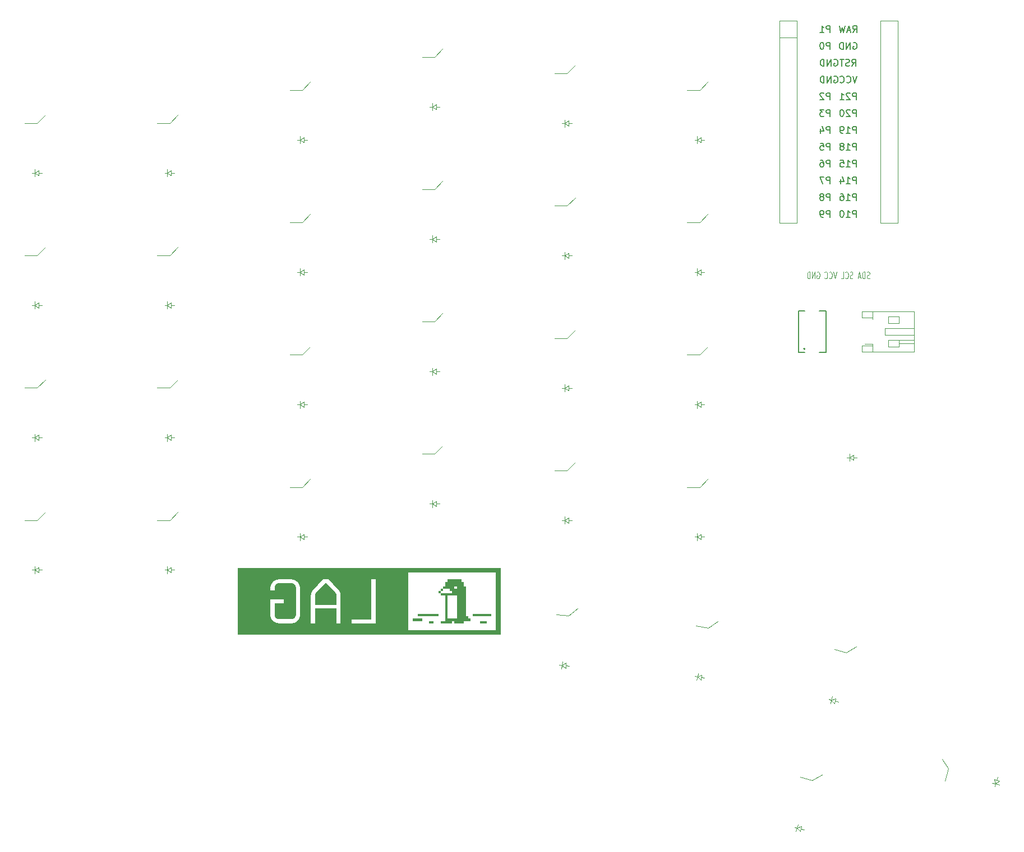
<source format=gbo>
%TF.GenerationSoftware,KiCad,Pcbnew,9.0.4*%
%TF.CreationDate,2025-11-27T19:30:42+01:00*%
%TF.ProjectId,lag_large,6c61675f-6c61-4726-9765-2e6b69636164,v1.0.0*%
%TF.SameCoordinates,Original*%
%TF.FileFunction,Legend,Bot*%
%TF.FilePolarity,Positive*%
%FSLAX46Y46*%
G04 Gerber Fmt 4.6, Leading zero omitted, Abs format (unit mm)*
G04 Created by KiCad (PCBNEW 9.0.4) date 2025-11-27 19:30:42*
%MOMM*%
%LPD*%
G01*
G04 APERTURE LIST*
%ADD10C,0.000000*%
%ADD11C,0.100000*%
%ADD12C,0.150000*%
%ADD13C,0.200000*%
%ADD14C,0.120000*%
G04 APERTURE END LIST*
D10*
G36*
X135133354Y-153076175D02*
G01*
X134089025Y-153076184D01*
X134089029Y-152727719D01*
X135133354Y-152727718D01*
X135133354Y-153076175D01*
G37*
G36*
X131304062Y-146801986D02*
G01*
X131652073Y-146801969D01*
X131652061Y-147499236D01*
X132000214Y-147499223D01*
X131996481Y-148564558D01*
X131996498Y-148901368D01*
X131999303Y-150296657D01*
X131999299Y-152030304D01*
X132348540Y-152030299D01*
X132348539Y-152378779D01*
X132696531Y-152378783D01*
X132698092Y-152398541D01*
X132696538Y-152727082D01*
X131652211Y-152727084D01*
X131650331Y-152748246D01*
X131652061Y-153076186D01*
X130259427Y-153076183D01*
X130259422Y-152727087D01*
X129911264Y-152727095D01*
X129911253Y-153076172D01*
X128170446Y-153076178D01*
X128170462Y-152727081D01*
X128866942Y-152727090D01*
X128866867Y-152379080D01*
X128866867Y-152379078D01*
X129214925Y-152379078D01*
X130606343Y-152379089D01*
X130626884Y-148893438D01*
X129214933Y-148893428D01*
X129214925Y-152379078D01*
X128866867Y-152379078D01*
X128866311Y-148893428D01*
X128170609Y-148893444D01*
X128170609Y-148545104D01*
X129911246Y-148545115D01*
X129914353Y-148195387D01*
X129564503Y-148195401D01*
X129564504Y-147847865D01*
X129564504Y-147847853D01*
X130258807Y-147847853D01*
X130606485Y-147847847D01*
X130606484Y-147499378D01*
X130259418Y-147499385D01*
X130258807Y-147847853D01*
X129564504Y-147847853D01*
X129564491Y-147842729D01*
X128517994Y-147847858D01*
X128518002Y-148196479D01*
X128170454Y-148196476D01*
X128170453Y-147847541D01*
X128518774Y-147847550D01*
X128518768Y-147499090D01*
X128866924Y-147499072D01*
X128866920Y-146801822D01*
X129214941Y-146801825D01*
X129214930Y-146453517D01*
X131304053Y-146453505D01*
X131304062Y-146801986D01*
G37*
G36*
X135830446Y-151681664D02*
G01*
X135830458Y-152030301D01*
X133044548Y-152030297D01*
X133044539Y-151681661D01*
X135830446Y-151681664D01*
G37*
G36*
X127822453Y-152030304D02*
G01*
X124689171Y-152030299D01*
X124689158Y-151681675D01*
X127822467Y-151681672D01*
X127822453Y-152030304D01*
G37*
G36*
X137222631Y-144711461D02*
G01*
X137222626Y-154819163D01*
X97535135Y-154819175D01*
X97535131Y-154121907D01*
X97535131Y-154121905D01*
X123296678Y-154121905D01*
X136526307Y-154121915D01*
X136526315Y-145408403D01*
X123296685Y-145408406D01*
X123296678Y-154121905D01*
X97535131Y-154121905D01*
X97535129Y-153072918D01*
X108588482Y-153072918D01*
X109205426Y-153072903D01*
X109205429Y-150808859D01*
X112460429Y-150808858D01*
X112460432Y-153072920D01*
X113077375Y-153072919D01*
X113077382Y-152466708D01*
X114744867Y-152466708D01*
X114744878Y-153072906D01*
X118365616Y-153072902D01*
X118365622Y-146440897D01*
X117714580Y-146440896D01*
X117714582Y-152466721D01*
X114744867Y-152466708D01*
X113077382Y-152466708D01*
X113077382Y-152466702D01*
X113077370Y-148968141D01*
X113076549Y-148886735D01*
X113073887Y-148809539D01*
X113069170Y-148736225D01*
X113062233Y-148666488D01*
X113052785Y-148599969D01*
X113040654Y-148536321D01*
X113025606Y-148475228D01*
X113007437Y-148416346D01*
X112985928Y-148359340D01*
X112960833Y-148303864D01*
X112931983Y-148249621D01*
X112899111Y-148196218D01*
X112862031Y-148143376D01*
X112820510Y-148090710D01*
X112774344Y-148037910D01*
X112723306Y-147984664D01*
X111227004Y-146441048D01*
X110438860Y-146441054D01*
X108942572Y-147985603D01*
X108891521Y-148038849D01*
X108845350Y-148091637D01*
X108803841Y-148144297D01*
X108766767Y-148197164D01*
X108733900Y-148250546D01*
X108705035Y-148304795D01*
X108679949Y-148360256D01*
X108658436Y-148417290D01*
X108640250Y-148476163D01*
X108625231Y-148537262D01*
X108613089Y-148600902D01*
X108603647Y-148667430D01*
X108596693Y-148737168D01*
X108591982Y-148810471D01*
X108589324Y-148887638D01*
X108588485Y-148969069D01*
X108588482Y-153072918D01*
X97535129Y-153072918D01*
X97535123Y-149459630D01*
X102466169Y-149459630D01*
X102466183Y-151700799D01*
X102467857Y-151776174D01*
X102472785Y-151849993D01*
X102480959Y-151922253D01*
X102492271Y-151992833D01*
X102506672Y-152061748D01*
X102524106Y-152128874D01*
X102544489Y-152194207D01*
X102567751Y-152257667D01*
X102593850Y-152319194D01*
X102622714Y-152378742D01*
X102654274Y-152436261D01*
X102688464Y-152491673D01*
X102725233Y-152544910D01*
X102764510Y-152595954D01*
X102806216Y-152644747D01*
X102850289Y-152691214D01*
X102896699Y-152735292D01*
X102945319Y-152776937D01*
X102996125Y-152816112D01*
X103049057Y-152852717D01*
X103104040Y-152886712D01*
X103161007Y-152918060D01*
X103219895Y-152946689D01*
X103280618Y-152972561D01*
X103343155Y-152995580D01*
X103407419Y-153015710D01*
X103473318Y-153032921D01*
X103540826Y-153047119D01*
X103609876Y-153058240D01*
X103680371Y-153066282D01*
X103752272Y-153071116D01*
X103825523Y-153072770D01*
X105595896Y-153072765D01*
X105669127Y-153070927D01*
X105741008Y-153065499D01*
X105811505Y-153056547D01*
X105880541Y-153044156D01*
X105948038Y-153028399D01*
X106013932Y-153009352D01*
X106078184Y-152987143D01*
X106140696Y-152961802D01*
X106201414Y-152933438D01*
X106260305Y-152902120D01*
X106317258Y-152867917D01*
X106372223Y-152830958D01*
X106425163Y-152791253D01*
X106475971Y-152748962D01*
X106524594Y-152704126D01*
X106570970Y-152656812D01*
X106615056Y-152607128D01*
X106656765Y-152555157D01*
X106696031Y-152500958D01*
X106732795Y-152444633D01*
X106766977Y-152386242D01*
X106798545Y-152325910D01*
X106827392Y-152263665D01*
X106853511Y-152199620D01*
X106876780Y-152133847D01*
X106897175Y-152066451D01*
X106914576Y-151997465D01*
X106928998Y-151927008D01*
X106940307Y-151855172D01*
X106948468Y-151781975D01*
X106953412Y-151707565D01*
X106955070Y-151632020D01*
X106955068Y-148969069D01*
X106955067Y-147858456D01*
X106953413Y-147782939D01*
X106948463Y-147708735D01*
X106940303Y-147635881D01*
X106928976Y-147564444D01*
X106914592Y-147494509D01*
X106897163Y-147426135D01*
X106876788Y-147359421D01*
X106853501Y-147294426D01*
X106827399Y-147231210D01*
X106798538Y-147169862D01*
X106766979Y-147110479D01*
X106732789Y-147053064D01*
X106696024Y-146997765D01*
X106656760Y-146944617D01*
X106615059Y-146893701D01*
X106570975Y-146845080D01*
X106524599Y-146798862D01*
X106475958Y-146755072D01*
X106425152Y-146713815D01*
X106372231Y-146675163D01*
X106317262Y-146639183D01*
X106260301Y-146605918D01*
X106201426Y-146575496D01*
X106140694Y-146547967D01*
X106078175Y-146523393D01*
X106013934Y-146501871D01*
X105948028Y-146483448D01*
X105880531Y-146468214D01*
X105811505Y-146456242D01*
X105741016Y-146447589D01*
X105669117Y-146442343D01*
X105595904Y-146440584D01*
X103825517Y-146440591D01*
X103752284Y-146442223D01*
X103680366Y-146447078D01*
X103609874Y-146455107D01*
X103540832Y-146466238D01*
X103473325Y-146480447D01*
X103407398Y-146497646D01*
X103343164Y-146517806D01*
X103280621Y-146540813D01*
X103219895Y-146566669D01*
X103161000Y-146595312D01*
X103104035Y-146626663D01*
X103049068Y-146660673D01*
X102996131Y-146697280D01*
X102945331Y-146736449D01*
X102896696Y-146778098D01*
X102850295Y-146822204D01*
X102806220Y-146868661D01*
X102764513Y-146917442D01*
X102725241Y-146968491D01*
X102688467Y-147021756D01*
X102654274Y-147077172D01*
X102622716Y-147134679D01*
X102593855Y-147194220D01*
X102567751Y-147255744D01*
X102544458Y-147319206D01*
X102524089Y-147384509D01*
X102506668Y-147451661D01*
X102492271Y-147520559D01*
X102480954Y-147591131D01*
X102472785Y-147663356D01*
X102467839Y-147737178D01*
X102466197Y-147812529D01*
X102466178Y-148064659D01*
X103094340Y-148064669D01*
X103094339Y-147721483D01*
X103095202Y-147687267D01*
X103097779Y-147653253D01*
X103101988Y-147619482D01*
X103107858Y-147586013D01*
X103115281Y-147552928D01*
X103124246Y-147520246D01*
X103134719Y-147488065D01*
X103146669Y-147456445D01*
X103160020Y-147425398D01*
X103174775Y-147395013D01*
X103190855Y-147365374D01*
X103208247Y-147336490D01*
X103226909Y-147308450D01*
X103246787Y-147281316D01*
X103267847Y-147255117D01*
X103290045Y-147229940D01*
X103313365Y-147205831D01*
X103337740Y-147182852D01*
X103363115Y-147161079D01*
X103389500Y-147140526D01*
X103416822Y-147121291D01*
X103445051Y-147103420D01*
X103474154Y-147086990D01*
X103504041Y-147072027D01*
X103534752Y-147058594D01*
X103566199Y-147046774D01*
X103598336Y-147036615D01*
X103631155Y-147028167D01*
X103664594Y-147021493D01*
X103698615Y-147016656D01*
X103733174Y-147013704D01*
X103768239Y-147012700D01*
X105653016Y-147012711D01*
X105688111Y-147013764D01*
X105722699Y-147016908D01*
X105756743Y-147022054D01*
X105790201Y-147029135D01*
X105823022Y-147038103D01*
X105855179Y-147048872D01*
X105886633Y-147061398D01*
X105917336Y-147075566D01*
X105947253Y-147091359D01*
X105976351Y-147108703D01*
X106004576Y-147127514D01*
X106031892Y-147147725D01*
X106058276Y-147169279D01*
X106083653Y-147192087D01*
X106108035Y-147216126D01*
X106131338Y-147241305D01*
X106153521Y-147267544D01*
X106174567Y-147294791D01*
X106194450Y-147322984D01*
X106213081Y-147352032D01*
X106230469Y-147381879D01*
X106246550Y-147412474D01*
X106261279Y-147443738D01*
X106274643Y-147475607D01*
X106286558Y-147508007D01*
X106297048Y-147540880D01*
X106306014Y-147574161D01*
X106313439Y-147607764D01*
X106319268Y-147641649D01*
X106323494Y-147675711D01*
X106326060Y-147709923D01*
X106326931Y-147744213D01*
X106326927Y-151735061D01*
X106326053Y-151769299D01*
X106323495Y-151803420D01*
X106319283Y-151837339D01*
X106313425Y-151871014D01*
X106305999Y-151904377D01*
X106297017Y-151937335D01*
X106286560Y-151969869D01*
X106274631Y-152001901D01*
X106261283Y-152033362D01*
X106246557Y-152064188D01*
X106230472Y-152094317D01*
X106213077Y-152123678D01*
X106194443Y-152152226D01*
X106174582Y-152179908D01*
X106153520Y-152206629D01*
X106131328Y-152232365D01*
X106108029Y-152257008D01*
X106083663Y-152280512D01*
X106058271Y-152302812D01*
X106031904Y-152323877D01*
X106004584Y-152343604D01*
X105976342Y-152361957D01*
X105947274Y-152378851D01*
X105917329Y-152394231D01*
X105886639Y-152408053D01*
X105855184Y-152420226D01*
X105823024Y-152430692D01*
X105790196Y-152439387D01*
X105756748Y-152446269D01*
X105722702Y-152451281D01*
X105688110Y-152454309D01*
X105653014Y-152455336D01*
X103768251Y-152455349D01*
X103733184Y-152454380D01*
X103698617Y-152451523D01*
X103664592Y-152446853D01*
X103631153Y-152440389D01*
X103598345Y-152432210D01*
X103566191Y-152422328D01*
X103534746Y-152410864D01*
X103504062Y-152397838D01*
X103474138Y-152383286D01*
X103445047Y-152367287D01*
X103416819Y-152349903D01*
X103389501Y-152331149D01*
X103363118Y-152311134D01*
X103337729Y-152289853D01*
X103313364Y-152267425D01*
X103290046Y-152243852D01*
X103267860Y-152219207D01*
X103246803Y-152193561D01*
X103226918Y-152166935D01*
X103208248Y-152139402D01*
X103190867Y-152111017D01*
X103174770Y-152081817D01*
X103160035Y-152051890D01*
X103146660Y-152021280D01*
X103134725Y-151990005D01*
X103124243Y-151958166D01*
X103115281Y-151925791D01*
X103107834Y-151892949D01*
X103101997Y-151859686D01*
X103097762Y-151826061D01*
X103095201Y-151792118D01*
X103094336Y-151757937D01*
X103094335Y-150042810D01*
X104453673Y-150042808D01*
X104453688Y-149459642D01*
X102466169Y-149459630D01*
X97535123Y-149459630D01*
X97535120Y-147812528D01*
X97535137Y-144711453D01*
X137222631Y-144711461D01*
G37*
G36*
X128170451Y-148544813D02*
G01*
X127822450Y-148544802D01*
X127822449Y-148196479D01*
X128170454Y-148196476D01*
X128170451Y-148544813D01*
G37*
G36*
X128170609Y-148545104D02*
G01*
X128170462Y-148545109D01*
X128170451Y-148544813D01*
X128170614Y-148544804D01*
X128170609Y-148545104D01*
G37*
G36*
X127126128Y-152727088D02*
G01*
X127126125Y-153076188D01*
X126427483Y-153076196D01*
X126427464Y-152727085D01*
X127126128Y-152727088D01*
G37*
G36*
X125385643Y-152727080D02*
G01*
X123992691Y-152727080D01*
X123992680Y-152378771D01*
X125385637Y-152378759D01*
X125385643Y-152727080D01*
G37*
G36*
X112243313Y-148373292D02*
G01*
X112281529Y-148415331D01*
X112314992Y-148455803D01*
X112343980Y-148495027D01*
X112368834Y-148533317D01*
X112389874Y-148571002D01*
X112407418Y-148608391D01*
X112421793Y-148645829D01*
X112433277Y-148683600D01*
X112442239Y-148722043D01*
X112448983Y-148761467D01*
X112453797Y-148802190D01*
X112457031Y-148844540D01*
X112459000Y-148888848D01*
X112460003Y-148935425D01*
X112460445Y-149036614D01*
X112460432Y-150271915D01*
X109205446Y-150271911D01*
X109205435Y-150271751D01*
X109205437Y-149036623D01*
X109206320Y-148935417D01*
X109207819Y-148888850D01*
X109210396Y-148844540D01*
X109214304Y-148802173D01*
X109219818Y-148761416D01*
X109227211Y-148721987D01*
X109236746Y-148683541D01*
X109248667Y-148645755D01*
X109263285Y-148608325D01*
X109280849Y-148570939D01*
X109301626Y-148533250D01*
X109325876Y-148494968D01*
X109353885Y-148455764D01*
X109385907Y-148415305D01*
X109422230Y-148373292D01*
X110735804Y-146989833D01*
X110907165Y-146989831D01*
X112243313Y-148373292D01*
G37*
D11*
X190372188Y-100907989D02*
X190272188Y-100955608D01*
X190272188Y-100955608D02*
X190105522Y-100955608D01*
X190105522Y-100955608D02*
X190038855Y-100907989D01*
X190038855Y-100907989D02*
X190005522Y-100860369D01*
X190005522Y-100860369D02*
X189972188Y-100765131D01*
X189972188Y-100765131D02*
X189972188Y-100669893D01*
X189972188Y-100669893D02*
X190005522Y-100574655D01*
X190005522Y-100574655D02*
X190038855Y-100527036D01*
X190038855Y-100527036D02*
X190105522Y-100479417D01*
X190105522Y-100479417D02*
X190238855Y-100431798D01*
X190238855Y-100431798D02*
X190305522Y-100384179D01*
X190305522Y-100384179D02*
X190338855Y-100336560D01*
X190338855Y-100336560D02*
X190372188Y-100241322D01*
X190372188Y-100241322D02*
X190372188Y-100146084D01*
X190372188Y-100146084D02*
X190338855Y-100050846D01*
X190338855Y-100050846D02*
X190305522Y-100003227D01*
X190305522Y-100003227D02*
X190238855Y-99955608D01*
X190238855Y-99955608D02*
X190072188Y-99955608D01*
X190072188Y-99955608D02*
X189972188Y-100003227D01*
X189272188Y-100860369D02*
X189305521Y-100907989D01*
X189305521Y-100907989D02*
X189405521Y-100955608D01*
X189405521Y-100955608D02*
X189472188Y-100955608D01*
X189472188Y-100955608D02*
X189572188Y-100907989D01*
X189572188Y-100907989D02*
X189638855Y-100812750D01*
X189638855Y-100812750D02*
X189672188Y-100717512D01*
X189672188Y-100717512D02*
X189705521Y-100527036D01*
X189705521Y-100527036D02*
X189705521Y-100384179D01*
X189705521Y-100384179D02*
X189672188Y-100193703D01*
X189672188Y-100193703D02*
X189638855Y-100098465D01*
X189638855Y-100098465D02*
X189572188Y-100003227D01*
X189572188Y-100003227D02*
X189472188Y-99955608D01*
X189472188Y-99955608D02*
X189405521Y-99955608D01*
X189405521Y-99955608D02*
X189305521Y-100003227D01*
X189305521Y-100003227D02*
X189272188Y-100050846D01*
X188638855Y-100955608D02*
X188972188Y-100955608D01*
X188972188Y-100955608D02*
X188972188Y-99955608D01*
X184992187Y-100003226D02*
X185058854Y-99955607D01*
X185058854Y-99955607D02*
X185158854Y-99955607D01*
X185158854Y-99955607D02*
X185258854Y-100003226D01*
X185258854Y-100003226D02*
X185325521Y-100098464D01*
X185325521Y-100098464D02*
X185358854Y-100193702D01*
X185358854Y-100193702D02*
X185392187Y-100384178D01*
X185392187Y-100384178D02*
X185392187Y-100527035D01*
X185392187Y-100527035D02*
X185358854Y-100717511D01*
X185358854Y-100717511D02*
X185325521Y-100812749D01*
X185325521Y-100812749D02*
X185258854Y-100907988D01*
X185258854Y-100907988D02*
X185158854Y-100955607D01*
X185158854Y-100955607D02*
X185092187Y-100955607D01*
X185092187Y-100955607D02*
X184992187Y-100907988D01*
X184992187Y-100907988D02*
X184958854Y-100860368D01*
X184958854Y-100860368D02*
X184958854Y-100527035D01*
X184958854Y-100527035D02*
X185092187Y-100527035D01*
X184658854Y-100955607D02*
X184658854Y-99955607D01*
X184658854Y-99955607D02*
X184258854Y-100955607D01*
X184258854Y-100955607D02*
X184258854Y-99955607D01*
X183925521Y-100955607D02*
X183925521Y-99955607D01*
X183925521Y-99955607D02*
X183758854Y-99955607D01*
X183758854Y-99955607D02*
X183658854Y-100003226D01*
X183658854Y-100003226D02*
X183592188Y-100098464D01*
X183592188Y-100098464D02*
X183558854Y-100193702D01*
X183558854Y-100193702D02*
X183525521Y-100384178D01*
X183525521Y-100384178D02*
X183525521Y-100527035D01*
X183525521Y-100527035D02*
X183558854Y-100717511D01*
X183558854Y-100717511D02*
X183592188Y-100812749D01*
X183592188Y-100812749D02*
X183658854Y-100907988D01*
X183658854Y-100907988D02*
X183758854Y-100955607D01*
X183758854Y-100955607D02*
X183925521Y-100955607D01*
X187932188Y-99955608D02*
X187698855Y-100955608D01*
X187698855Y-100955608D02*
X187465521Y-99955608D01*
X186832188Y-100860369D02*
X186865521Y-100907989D01*
X186865521Y-100907989D02*
X186965521Y-100955608D01*
X186965521Y-100955608D02*
X187032188Y-100955608D01*
X187032188Y-100955608D02*
X187132188Y-100907989D01*
X187132188Y-100907989D02*
X187198855Y-100812750D01*
X187198855Y-100812750D02*
X187232188Y-100717512D01*
X187232188Y-100717512D02*
X187265521Y-100527036D01*
X187265521Y-100527036D02*
X187265521Y-100384179D01*
X187265521Y-100384179D02*
X187232188Y-100193703D01*
X187232188Y-100193703D02*
X187198855Y-100098465D01*
X187198855Y-100098465D02*
X187132188Y-100003227D01*
X187132188Y-100003227D02*
X187032188Y-99955608D01*
X187032188Y-99955608D02*
X186965521Y-99955608D01*
X186965521Y-99955608D02*
X186865521Y-100003227D01*
X186865521Y-100003227D02*
X186832188Y-100050846D01*
X186132188Y-100860369D02*
X186165521Y-100907989D01*
X186165521Y-100907989D02*
X186265521Y-100955608D01*
X186265521Y-100955608D02*
X186332188Y-100955608D01*
X186332188Y-100955608D02*
X186432188Y-100907989D01*
X186432188Y-100907989D02*
X186498855Y-100812750D01*
X186498855Y-100812750D02*
X186532188Y-100717512D01*
X186532188Y-100717512D02*
X186565521Y-100527036D01*
X186565521Y-100527036D02*
X186565521Y-100384179D01*
X186565521Y-100384179D02*
X186532188Y-100193703D01*
X186532188Y-100193703D02*
X186498855Y-100098465D01*
X186498855Y-100098465D02*
X186432188Y-100003227D01*
X186432188Y-100003227D02*
X186332188Y-99955608D01*
X186332188Y-99955608D02*
X186265521Y-99955608D01*
X186265521Y-99955608D02*
X186165521Y-100003227D01*
X186165521Y-100003227D02*
X186132188Y-100050846D01*
X192928858Y-100907989D02*
X192828858Y-100955608D01*
X192828858Y-100955608D02*
X192662192Y-100955608D01*
X192662192Y-100955608D02*
X192595525Y-100907989D01*
X192595525Y-100907989D02*
X192562192Y-100860369D01*
X192562192Y-100860369D02*
X192528858Y-100765131D01*
X192528858Y-100765131D02*
X192528858Y-100669893D01*
X192528858Y-100669893D02*
X192562192Y-100574655D01*
X192562192Y-100574655D02*
X192595525Y-100527036D01*
X192595525Y-100527036D02*
X192662192Y-100479417D01*
X192662192Y-100479417D02*
X192795525Y-100431798D01*
X192795525Y-100431798D02*
X192862192Y-100384179D01*
X192862192Y-100384179D02*
X192895525Y-100336560D01*
X192895525Y-100336560D02*
X192928858Y-100241322D01*
X192928858Y-100241322D02*
X192928858Y-100146084D01*
X192928858Y-100146084D02*
X192895525Y-100050846D01*
X192895525Y-100050846D02*
X192862192Y-100003227D01*
X192862192Y-100003227D02*
X192795525Y-99955608D01*
X192795525Y-99955608D02*
X192628858Y-99955608D01*
X192628858Y-99955608D02*
X192528858Y-100003227D01*
X192228858Y-100955608D02*
X192228858Y-99955608D01*
X192228858Y-99955608D02*
X192062191Y-99955608D01*
X192062191Y-99955608D02*
X191962191Y-100003227D01*
X191962191Y-100003227D02*
X191895525Y-100098465D01*
X191895525Y-100098465D02*
X191862191Y-100193703D01*
X191862191Y-100193703D02*
X191828858Y-100384179D01*
X191828858Y-100384179D02*
X191828858Y-100527036D01*
X191828858Y-100527036D02*
X191862191Y-100717512D01*
X191862191Y-100717512D02*
X191895525Y-100812750D01*
X191895525Y-100812750D02*
X191962191Y-100907989D01*
X191962191Y-100907989D02*
X192062191Y-100955608D01*
X192062191Y-100955608D02*
X192228858Y-100955608D01*
X191562191Y-100669893D02*
X191228858Y-100669893D01*
X191628858Y-100955608D02*
X191395525Y-99955608D01*
X191395525Y-99955608D02*
X191162191Y-100955608D01*
D12*
X186966959Y-73913020D02*
X186966959Y-72913020D01*
X186966959Y-72913020D02*
X186586007Y-72913020D01*
X186586007Y-72913020D02*
X186490769Y-72960639D01*
X186490769Y-72960639D02*
X186443150Y-73008258D01*
X186443150Y-73008258D02*
X186395531Y-73103496D01*
X186395531Y-73103496D02*
X186395531Y-73246353D01*
X186395531Y-73246353D02*
X186443150Y-73341591D01*
X186443150Y-73341591D02*
X186490769Y-73389210D01*
X186490769Y-73389210D02*
X186586007Y-73436829D01*
X186586007Y-73436829D02*
X186966959Y-73436829D01*
X186014578Y-73008258D02*
X185966959Y-72960639D01*
X185966959Y-72960639D02*
X185871721Y-72913020D01*
X185871721Y-72913020D02*
X185633626Y-72913020D01*
X185633626Y-72913020D02*
X185538388Y-72960639D01*
X185538388Y-72960639D02*
X185490769Y-73008258D01*
X185490769Y-73008258D02*
X185443150Y-73103496D01*
X185443150Y-73103496D02*
X185443150Y-73198734D01*
X185443150Y-73198734D02*
X185490769Y-73341591D01*
X185490769Y-73341591D02*
X186062197Y-73913020D01*
X186062197Y-73913020D02*
X185443150Y-73913020D01*
X190933152Y-78993021D02*
X190933152Y-77993021D01*
X190933152Y-77993021D02*
X190552200Y-77993021D01*
X190552200Y-77993021D02*
X190456962Y-78040640D01*
X190456962Y-78040640D02*
X190409343Y-78088259D01*
X190409343Y-78088259D02*
X190361724Y-78183497D01*
X190361724Y-78183497D02*
X190361724Y-78326354D01*
X190361724Y-78326354D02*
X190409343Y-78421592D01*
X190409343Y-78421592D02*
X190456962Y-78469211D01*
X190456962Y-78469211D02*
X190552200Y-78516830D01*
X190552200Y-78516830D02*
X190933152Y-78516830D01*
X189409343Y-78993021D02*
X189980771Y-78993021D01*
X189695057Y-78993021D02*
X189695057Y-77993021D01*
X189695057Y-77993021D02*
X189790295Y-78135878D01*
X189790295Y-78135878D02*
X189885533Y-78231116D01*
X189885533Y-78231116D02*
X189980771Y-78278735D01*
X188933152Y-78993021D02*
X188742676Y-78993021D01*
X188742676Y-78993021D02*
X188647438Y-78945402D01*
X188647438Y-78945402D02*
X188599819Y-78897782D01*
X188599819Y-78897782D02*
X188504581Y-78754925D01*
X188504581Y-78754925D02*
X188456962Y-78564449D01*
X188456962Y-78564449D02*
X188456962Y-78183497D01*
X188456962Y-78183497D02*
X188504581Y-78088259D01*
X188504581Y-78088259D02*
X188552200Y-78040640D01*
X188552200Y-78040640D02*
X188647438Y-77993021D01*
X188647438Y-77993021D02*
X188837914Y-77993021D01*
X188837914Y-77993021D02*
X188933152Y-78040640D01*
X188933152Y-78040640D02*
X188980771Y-78088259D01*
X188980771Y-78088259D02*
X189028390Y-78183497D01*
X189028390Y-78183497D02*
X189028390Y-78421592D01*
X189028390Y-78421592D02*
X188980771Y-78516830D01*
X188980771Y-78516830D02*
X188933152Y-78564449D01*
X188933152Y-78564449D02*
X188837914Y-78612068D01*
X188837914Y-78612068D02*
X188647438Y-78612068D01*
X188647438Y-78612068D02*
X188552200Y-78564449D01*
X188552200Y-78564449D02*
X188504581Y-78516830D01*
X188504581Y-78516830D02*
X188456962Y-78421592D01*
X186966957Y-81533020D02*
X186966957Y-80533020D01*
X186966957Y-80533020D02*
X186586005Y-80533020D01*
X186586005Y-80533020D02*
X186490767Y-80580639D01*
X186490767Y-80580639D02*
X186443148Y-80628258D01*
X186443148Y-80628258D02*
X186395529Y-80723496D01*
X186395529Y-80723496D02*
X186395529Y-80866353D01*
X186395529Y-80866353D02*
X186443148Y-80961591D01*
X186443148Y-80961591D02*
X186490767Y-81009210D01*
X186490767Y-81009210D02*
X186586005Y-81056829D01*
X186586005Y-81056829D02*
X186966957Y-81056829D01*
X185490767Y-80533020D02*
X185966957Y-80533020D01*
X185966957Y-80533020D02*
X186014576Y-81009210D01*
X186014576Y-81009210D02*
X185966957Y-80961591D01*
X185966957Y-80961591D02*
X185871719Y-80913972D01*
X185871719Y-80913972D02*
X185633624Y-80913972D01*
X185633624Y-80913972D02*
X185538386Y-80961591D01*
X185538386Y-80961591D02*
X185490767Y-81009210D01*
X185490767Y-81009210D02*
X185443148Y-81104448D01*
X185443148Y-81104448D02*
X185443148Y-81342543D01*
X185443148Y-81342543D02*
X185490767Y-81437781D01*
X185490767Y-81437781D02*
X185538386Y-81485401D01*
X185538386Y-81485401D02*
X185633624Y-81533020D01*
X185633624Y-81533020D02*
X185871719Y-81533020D01*
X185871719Y-81533020D02*
X185966957Y-81485401D01*
X185966957Y-81485401D02*
X186014576Y-81437781D01*
X190409345Y-63753018D02*
X190742678Y-63276827D01*
X190980773Y-63753018D02*
X190980773Y-62753018D01*
X190980773Y-62753018D02*
X190599821Y-62753018D01*
X190599821Y-62753018D02*
X190504583Y-62800637D01*
X190504583Y-62800637D02*
X190456964Y-62848256D01*
X190456964Y-62848256D02*
X190409345Y-62943494D01*
X190409345Y-62943494D02*
X190409345Y-63086351D01*
X190409345Y-63086351D02*
X190456964Y-63181589D01*
X190456964Y-63181589D02*
X190504583Y-63229208D01*
X190504583Y-63229208D02*
X190599821Y-63276827D01*
X190599821Y-63276827D02*
X190980773Y-63276827D01*
X190028392Y-63467303D02*
X189552202Y-63467303D01*
X190123630Y-63753018D02*
X189790297Y-62753018D01*
X189790297Y-62753018D02*
X189456964Y-63753018D01*
X189218868Y-62753018D02*
X188980773Y-63753018D01*
X188980773Y-63753018D02*
X188790297Y-63038732D01*
X188790297Y-63038732D02*
X188599821Y-63753018D01*
X188599821Y-63753018D02*
X188361726Y-62753018D01*
X190933150Y-86613020D02*
X190933150Y-85613020D01*
X190933150Y-85613020D02*
X190552198Y-85613020D01*
X190552198Y-85613020D02*
X190456960Y-85660639D01*
X190456960Y-85660639D02*
X190409341Y-85708258D01*
X190409341Y-85708258D02*
X190361722Y-85803496D01*
X190361722Y-85803496D02*
X190361722Y-85946353D01*
X190361722Y-85946353D02*
X190409341Y-86041591D01*
X190409341Y-86041591D02*
X190456960Y-86089210D01*
X190456960Y-86089210D02*
X190552198Y-86136829D01*
X190552198Y-86136829D02*
X190933150Y-86136829D01*
X189409341Y-86613020D02*
X189980769Y-86613020D01*
X189695055Y-86613020D02*
X189695055Y-85613020D01*
X189695055Y-85613020D02*
X189790293Y-85755877D01*
X189790293Y-85755877D02*
X189885531Y-85851115D01*
X189885531Y-85851115D02*
X189980769Y-85898734D01*
X188552198Y-85946353D02*
X188552198Y-86613020D01*
X188790293Y-85565401D02*
X189028388Y-86279686D01*
X189028388Y-86279686D02*
X188409341Y-86279686D01*
X186966962Y-91693020D02*
X186966962Y-90693020D01*
X186966962Y-90693020D02*
X186586010Y-90693020D01*
X186586010Y-90693020D02*
X186490772Y-90740639D01*
X186490772Y-90740639D02*
X186443153Y-90788258D01*
X186443153Y-90788258D02*
X186395534Y-90883496D01*
X186395534Y-90883496D02*
X186395534Y-91026353D01*
X186395534Y-91026353D02*
X186443153Y-91121591D01*
X186443153Y-91121591D02*
X186490772Y-91169210D01*
X186490772Y-91169210D02*
X186586010Y-91216829D01*
X186586010Y-91216829D02*
X186966962Y-91216829D01*
X185919343Y-91693020D02*
X185728867Y-91693020D01*
X185728867Y-91693020D02*
X185633629Y-91645401D01*
X185633629Y-91645401D02*
X185586010Y-91597781D01*
X185586010Y-91597781D02*
X185490772Y-91454924D01*
X185490772Y-91454924D02*
X185443153Y-91264448D01*
X185443153Y-91264448D02*
X185443153Y-90883496D01*
X185443153Y-90883496D02*
X185490772Y-90788258D01*
X185490772Y-90788258D02*
X185538391Y-90740639D01*
X185538391Y-90740639D02*
X185633629Y-90693020D01*
X185633629Y-90693020D02*
X185824105Y-90693020D01*
X185824105Y-90693020D02*
X185919343Y-90740639D01*
X185919343Y-90740639D02*
X185966962Y-90788258D01*
X185966962Y-90788258D02*
X186014581Y-90883496D01*
X186014581Y-90883496D02*
X186014581Y-91121591D01*
X186014581Y-91121591D02*
X185966962Y-91216829D01*
X185966962Y-91216829D02*
X185919343Y-91264448D01*
X185919343Y-91264448D02*
X185824105Y-91312067D01*
X185824105Y-91312067D02*
X185633629Y-91312067D01*
X185633629Y-91312067D02*
X185538391Y-91264448D01*
X185538391Y-91264448D02*
X185490772Y-91216829D01*
X185490772Y-91216829D02*
X185443153Y-91121591D01*
X190933151Y-91693019D02*
X190933151Y-90693019D01*
X190933151Y-90693019D02*
X190552199Y-90693019D01*
X190552199Y-90693019D02*
X190456961Y-90740638D01*
X190456961Y-90740638D02*
X190409342Y-90788257D01*
X190409342Y-90788257D02*
X190361723Y-90883495D01*
X190361723Y-90883495D02*
X190361723Y-91026352D01*
X190361723Y-91026352D02*
X190409342Y-91121590D01*
X190409342Y-91121590D02*
X190456961Y-91169209D01*
X190456961Y-91169209D02*
X190552199Y-91216828D01*
X190552199Y-91216828D02*
X190933151Y-91216828D01*
X189409342Y-91693019D02*
X189980770Y-91693019D01*
X189695056Y-91693019D02*
X189695056Y-90693019D01*
X189695056Y-90693019D02*
X189790294Y-90835876D01*
X189790294Y-90835876D02*
X189885532Y-90931114D01*
X189885532Y-90931114D02*
X189980770Y-90978733D01*
X188790294Y-90693019D02*
X188695056Y-90693019D01*
X188695056Y-90693019D02*
X188599818Y-90740638D01*
X188599818Y-90740638D02*
X188552199Y-90788257D01*
X188552199Y-90788257D02*
X188504580Y-90883495D01*
X188504580Y-90883495D02*
X188456961Y-91073971D01*
X188456961Y-91073971D02*
X188456961Y-91312066D01*
X188456961Y-91312066D02*
X188504580Y-91502542D01*
X188504580Y-91502542D02*
X188552199Y-91597780D01*
X188552199Y-91597780D02*
X188599818Y-91645400D01*
X188599818Y-91645400D02*
X188695056Y-91693019D01*
X188695056Y-91693019D02*
X188790294Y-91693019D01*
X188790294Y-91693019D02*
X188885532Y-91645400D01*
X188885532Y-91645400D02*
X188933151Y-91597780D01*
X188933151Y-91597780D02*
X188980770Y-91502542D01*
X188980770Y-91502542D02*
X189028389Y-91312066D01*
X189028389Y-91312066D02*
X189028389Y-91073971D01*
X189028389Y-91073971D02*
X188980770Y-90883495D01*
X188980770Y-90883495D02*
X188933151Y-90788257D01*
X188933151Y-90788257D02*
X188885532Y-90740638D01*
X188885532Y-90740638D02*
X188790294Y-90693019D01*
X190933154Y-81533017D02*
X190933154Y-80533017D01*
X190933154Y-80533017D02*
X190552202Y-80533017D01*
X190552202Y-80533017D02*
X190456964Y-80580636D01*
X190456964Y-80580636D02*
X190409345Y-80628255D01*
X190409345Y-80628255D02*
X190361726Y-80723493D01*
X190361726Y-80723493D02*
X190361726Y-80866350D01*
X190361726Y-80866350D02*
X190409345Y-80961588D01*
X190409345Y-80961588D02*
X190456964Y-81009207D01*
X190456964Y-81009207D02*
X190552202Y-81056826D01*
X190552202Y-81056826D02*
X190933154Y-81056826D01*
X189409345Y-81533017D02*
X189980773Y-81533017D01*
X189695059Y-81533017D02*
X189695059Y-80533017D01*
X189695059Y-80533017D02*
X189790297Y-80675874D01*
X189790297Y-80675874D02*
X189885535Y-80771112D01*
X189885535Y-80771112D02*
X189980773Y-80818731D01*
X188837916Y-80961588D02*
X188933154Y-80913969D01*
X188933154Y-80913969D02*
X188980773Y-80866350D01*
X188980773Y-80866350D02*
X189028392Y-80771112D01*
X189028392Y-80771112D02*
X189028392Y-80723493D01*
X189028392Y-80723493D02*
X188980773Y-80628255D01*
X188980773Y-80628255D02*
X188933154Y-80580636D01*
X188933154Y-80580636D02*
X188837916Y-80533017D01*
X188837916Y-80533017D02*
X188647440Y-80533017D01*
X188647440Y-80533017D02*
X188552202Y-80580636D01*
X188552202Y-80580636D02*
X188504583Y-80628255D01*
X188504583Y-80628255D02*
X188456964Y-80723493D01*
X188456964Y-80723493D02*
X188456964Y-80771112D01*
X188456964Y-80771112D02*
X188504583Y-80866350D01*
X188504583Y-80866350D02*
X188552202Y-80913969D01*
X188552202Y-80913969D02*
X188647440Y-80961588D01*
X188647440Y-80961588D02*
X188837916Y-80961588D01*
X188837916Y-80961588D02*
X188933154Y-81009207D01*
X188933154Y-81009207D02*
X188980773Y-81056826D01*
X188980773Y-81056826D02*
X189028392Y-81152064D01*
X189028392Y-81152064D02*
X189028392Y-81342540D01*
X189028392Y-81342540D02*
X188980773Y-81437778D01*
X188980773Y-81437778D02*
X188933154Y-81485398D01*
X188933154Y-81485398D02*
X188837916Y-81533017D01*
X188837916Y-81533017D02*
X188647440Y-81533017D01*
X188647440Y-81533017D02*
X188552202Y-81485398D01*
X188552202Y-81485398D02*
X188504583Y-81437778D01*
X188504583Y-81437778D02*
X188456964Y-81342540D01*
X188456964Y-81342540D02*
X188456964Y-81152064D01*
X188456964Y-81152064D02*
X188504583Y-81056826D01*
X188504583Y-81056826D02*
X188552202Y-81009207D01*
X188552202Y-81009207D02*
X188647440Y-80961588D01*
X186966963Y-66293021D02*
X186966963Y-65293021D01*
X186966963Y-65293021D02*
X186586011Y-65293021D01*
X186586011Y-65293021D02*
X186490773Y-65340640D01*
X186490773Y-65340640D02*
X186443154Y-65388259D01*
X186443154Y-65388259D02*
X186395535Y-65483497D01*
X186395535Y-65483497D02*
X186395535Y-65626354D01*
X186395535Y-65626354D02*
X186443154Y-65721592D01*
X186443154Y-65721592D02*
X186490773Y-65769211D01*
X186490773Y-65769211D02*
X186586011Y-65816830D01*
X186586011Y-65816830D02*
X186966963Y-65816830D01*
X185776487Y-65293021D02*
X185681249Y-65293021D01*
X185681249Y-65293021D02*
X185586011Y-65340640D01*
X185586011Y-65340640D02*
X185538392Y-65388259D01*
X185538392Y-65388259D02*
X185490773Y-65483497D01*
X185490773Y-65483497D02*
X185443154Y-65673973D01*
X185443154Y-65673973D02*
X185443154Y-65912068D01*
X185443154Y-65912068D02*
X185490773Y-66102544D01*
X185490773Y-66102544D02*
X185538392Y-66197782D01*
X185538392Y-66197782D02*
X185586011Y-66245402D01*
X185586011Y-66245402D02*
X185681249Y-66293021D01*
X185681249Y-66293021D02*
X185776487Y-66293021D01*
X185776487Y-66293021D02*
X185871725Y-66245402D01*
X185871725Y-66245402D02*
X185919344Y-66197782D01*
X185919344Y-66197782D02*
X185966963Y-66102544D01*
X185966963Y-66102544D02*
X186014582Y-65912068D01*
X186014582Y-65912068D02*
X186014582Y-65673973D01*
X186014582Y-65673973D02*
X185966963Y-65483497D01*
X185966963Y-65483497D02*
X185919344Y-65388259D01*
X185919344Y-65388259D02*
X185871725Y-65340640D01*
X185871725Y-65340640D02*
X185776487Y-65293021D01*
X186966958Y-76453023D02*
X186966958Y-75453023D01*
X186966958Y-75453023D02*
X186586006Y-75453023D01*
X186586006Y-75453023D02*
X186490768Y-75500642D01*
X186490768Y-75500642D02*
X186443149Y-75548261D01*
X186443149Y-75548261D02*
X186395530Y-75643499D01*
X186395530Y-75643499D02*
X186395530Y-75786356D01*
X186395530Y-75786356D02*
X186443149Y-75881594D01*
X186443149Y-75881594D02*
X186490768Y-75929213D01*
X186490768Y-75929213D02*
X186586006Y-75976832D01*
X186586006Y-75976832D02*
X186966958Y-75976832D01*
X186062196Y-75453023D02*
X185443149Y-75453023D01*
X185443149Y-75453023D02*
X185776482Y-75833975D01*
X185776482Y-75833975D02*
X185633625Y-75833975D01*
X185633625Y-75833975D02*
X185538387Y-75881594D01*
X185538387Y-75881594D02*
X185490768Y-75929213D01*
X185490768Y-75929213D02*
X185443149Y-76024451D01*
X185443149Y-76024451D02*
X185443149Y-76262546D01*
X185443149Y-76262546D02*
X185490768Y-76357784D01*
X185490768Y-76357784D02*
X185538387Y-76405404D01*
X185538387Y-76405404D02*
X185633625Y-76453023D01*
X185633625Y-76453023D02*
X185919339Y-76453023D01*
X185919339Y-76453023D02*
X186014577Y-76405404D01*
X186014577Y-76405404D02*
X186062196Y-76357784D01*
X187580771Y-67880637D02*
X187676009Y-67833018D01*
X187676009Y-67833018D02*
X187818866Y-67833018D01*
X187818866Y-67833018D02*
X187961723Y-67880637D01*
X187961723Y-67880637D02*
X188056961Y-67975875D01*
X188056961Y-67975875D02*
X188104580Y-68071113D01*
X188104580Y-68071113D02*
X188152199Y-68261589D01*
X188152199Y-68261589D02*
X188152199Y-68404446D01*
X188152199Y-68404446D02*
X188104580Y-68594922D01*
X188104580Y-68594922D02*
X188056961Y-68690160D01*
X188056961Y-68690160D02*
X187961723Y-68785399D01*
X187961723Y-68785399D02*
X187818866Y-68833018D01*
X187818866Y-68833018D02*
X187723628Y-68833018D01*
X187723628Y-68833018D02*
X187580771Y-68785399D01*
X187580771Y-68785399D02*
X187533152Y-68737779D01*
X187533152Y-68737779D02*
X187533152Y-68404446D01*
X187533152Y-68404446D02*
X187723628Y-68404446D01*
X187104580Y-68833018D02*
X187104580Y-67833018D01*
X187104580Y-67833018D02*
X186533152Y-68833018D01*
X186533152Y-68833018D02*
X186533152Y-67833018D01*
X186056961Y-68833018D02*
X186056961Y-67833018D01*
X186056961Y-67833018D02*
X185818866Y-67833018D01*
X185818866Y-67833018D02*
X185676009Y-67880637D01*
X185676009Y-67880637D02*
X185580771Y-67975875D01*
X185580771Y-67975875D02*
X185533152Y-68071113D01*
X185533152Y-68071113D02*
X185485533Y-68261589D01*
X185485533Y-68261589D02*
X185485533Y-68404446D01*
X185485533Y-68404446D02*
X185533152Y-68594922D01*
X185533152Y-68594922D02*
X185580771Y-68690160D01*
X185580771Y-68690160D02*
X185676009Y-68785399D01*
X185676009Y-68785399D02*
X185818866Y-68833018D01*
X185818866Y-68833018D02*
X186056961Y-68833018D01*
X190480769Y-65340640D02*
X190576007Y-65293021D01*
X190576007Y-65293021D02*
X190718864Y-65293021D01*
X190718864Y-65293021D02*
X190861721Y-65340640D01*
X190861721Y-65340640D02*
X190956959Y-65435878D01*
X190956959Y-65435878D02*
X191004578Y-65531116D01*
X191004578Y-65531116D02*
X191052197Y-65721592D01*
X191052197Y-65721592D02*
X191052197Y-65864449D01*
X191052197Y-65864449D02*
X191004578Y-66054925D01*
X191004578Y-66054925D02*
X190956959Y-66150163D01*
X190956959Y-66150163D02*
X190861721Y-66245402D01*
X190861721Y-66245402D02*
X190718864Y-66293021D01*
X190718864Y-66293021D02*
X190623626Y-66293021D01*
X190623626Y-66293021D02*
X190480769Y-66245402D01*
X190480769Y-66245402D02*
X190433150Y-66197782D01*
X190433150Y-66197782D02*
X190433150Y-65864449D01*
X190433150Y-65864449D02*
X190623626Y-65864449D01*
X190004578Y-66293021D02*
X190004578Y-65293021D01*
X190004578Y-65293021D02*
X189433150Y-66293021D01*
X189433150Y-66293021D02*
X189433150Y-65293021D01*
X188956959Y-66293021D02*
X188956959Y-65293021D01*
X188956959Y-65293021D02*
X188718864Y-65293021D01*
X188718864Y-65293021D02*
X188576007Y-65340640D01*
X188576007Y-65340640D02*
X188480769Y-65435878D01*
X188480769Y-65435878D02*
X188433150Y-65531116D01*
X188433150Y-65531116D02*
X188385531Y-65721592D01*
X188385531Y-65721592D02*
X188385531Y-65864449D01*
X188385531Y-65864449D02*
X188433150Y-66054925D01*
X188433150Y-66054925D02*
X188480769Y-66150163D01*
X188480769Y-66150163D02*
X188576007Y-66245402D01*
X188576007Y-66245402D02*
X188718864Y-66293021D01*
X188718864Y-66293021D02*
X188956959Y-66293021D01*
X186966962Y-63753023D02*
X186966962Y-62753023D01*
X186966962Y-62753023D02*
X186586010Y-62753023D01*
X186586010Y-62753023D02*
X186490772Y-62800642D01*
X186490772Y-62800642D02*
X186443153Y-62848261D01*
X186443153Y-62848261D02*
X186395534Y-62943499D01*
X186395534Y-62943499D02*
X186395534Y-63086356D01*
X186395534Y-63086356D02*
X186443153Y-63181594D01*
X186443153Y-63181594D02*
X186490772Y-63229213D01*
X186490772Y-63229213D02*
X186586010Y-63276832D01*
X186586010Y-63276832D02*
X186966962Y-63276832D01*
X185443153Y-63753023D02*
X186014581Y-63753023D01*
X185728867Y-63753023D02*
X185728867Y-62753023D01*
X185728867Y-62753023D02*
X185824105Y-62895880D01*
X185824105Y-62895880D02*
X185919343Y-62991118D01*
X185919343Y-62991118D02*
X186014581Y-63038737D01*
X186966959Y-84073022D02*
X186966959Y-83073022D01*
X186966959Y-83073022D02*
X186586007Y-83073022D01*
X186586007Y-83073022D02*
X186490769Y-83120641D01*
X186490769Y-83120641D02*
X186443150Y-83168260D01*
X186443150Y-83168260D02*
X186395531Y-83263498D01*
X186395531Y-83263498D02*
X186395531Y-83406355D01*
X186395531Y-83406355D02*
X186443150Y-83501593D01*
X186443150Y-83501593D02*
X186490769Y-83549212D01*
X186490769Y-83549212D02*
X186586007Y-83596831D01*
X186586007Y-83596831D02*
X186966959Y-83596831D01*
X185538388Y-83073022D02*
X185728864Y-83073022D01*
X185728864Y-83073022D02*
X185824102Y-83120641D01*
X185824102Y-83120641D02*
X185871721Y-83168260D01*
X185871721Y-83168260D02*
X185966959Y-83311117D01*
X185966959Y-83311117D02*
X186014578Y-83501593D01*
X186014578Y-83501593D02*
X186014578Y-83882545D01*
X186014578Y-83882545D02*
X185966959Y-83977783D01*
X185966959Y-83977783D02*
X185919340Y-84025403D01*
X185919340Y-84025403D02*
X185824102Y-84073022D01*
X185824102Y-84073022D02*
X185633626Y-84073022D01*
X185633626Y-84073022D02*
X185538388Y-84025403D01*
X185538388Y-84025403D02*
X185490769Y-83977783D01*
X185490769Y-83977783D02*
X185443150Y-83882545D01*
X185443150Y-83882545D02*
X185443150Y-83644450D01*
X185443150Y-83644450D02*
X185490769Y-83549212D01*
X185490769Y-83549212D02*
X185538388Y-83501593D01*
X185538388Y-83501593D02*
X185633626Y-83453974D01*
X185633626Y-83453974D02*
X185824102Y-83453974D01*
X185824102Y-83453974D02*
X185919340Y-83501593D01*
X185919340Y-83501593D02*
X185966959Y-83549212D01*
X185966959Y-83549212D02*
X186014578Y-83644450D01*
X186966961Y-86613021D02*
X186966961Y-85613021D01*
X186966961Y-85613021D02*
X186586009Y-85613021D01*
X186586009Y-85613021D02*
X186490771Y-85660640D01*
X186490771Y-85660640D02*
X186443152Y-85708259D01*
X186443152Y-85708259D02*
X186395533Y-85803497D01*
X186395533Y-85803497D02*
X186395533Y-85946354D01*
X186395533Y-85946354D02*
X186443152Y-86041592D01*
X186443152Y-86041592D02*
X186490771Y-86089211D01*
X186490771Y-86089211D02*
X186586009Y-86136830D01*
X186586009Y-86136830D02*
X186966961Y-86136830D01*
X186062199Y-85613021D02*
X185395533Y-85613021D01*
X185395533Y-85613021D02*
X185824104Y-86613021D01*
X186966961Y-89153020D02*
X186966961Y-88153020D01*
X186966961Y-88153020D02*
X186586009Y-88153020D01*
X186586009Y-88153020D02*
X186490771Y-88200639D01*
X186490771Y-88200639D02*
X186443152Y-88248258D01*
X186443152Y-88248258D02*
X186395533Y-88343496D01*
X186395533Y-88343496D02*
X186395533Y-88486353D01*
X186395533Y-88486353D02*
X186443152Y-88581591D01*
X186443152Y-88581591D02*
X186490771Y-88629210D01*
X186490771Y-88629210D02*
X186586009Y-88676829D01*
X186586009Y-88676829D02*
X186966961Y-88676829D01*
X185824104Y-88581591D02*
X185919342Y-88533972D01*
X185919342Y-88533972D02*
X185966961Y-88486353D01*
X185966961Y-88486353D02*
X186014580Y-88391115D01*
X186014580Y-88391115D02*
X186014580Y-88343496D01*
X186014580Y-88343496D02*
X185966961Y-88248258D01*
X185966961Y-88248258D02*
X185919342Y-88200639D01*
X185919342Y-88200639D02*
X185824104Y-88153020D01*
X185824104Y-88153020D02*
X185633628Y-88153020D01*
X185633628Y-88153020D02*
X185538390Y-88200639D01*
X185538390Y-88200639D02*
X185490771Y-88248258D01*
X185490771Y-88248258D02*
X185443152Y-88343496D01*
X185443152Y-88343496D02*
X185443152Y-88391115D01*
X185443152Y-88391115D02*
X185490771Y-88486353D01*
X185490771Y-88486353D02*
X185538390Y-88533972D01*
X185538390Y-88533972D02*
X185633628Y-88581591D01*
X185633628Y-88581591D02*
X185824104Y-88581591D01*
X185824104Y-88581591D02*
X185919342Y-88629210D01*
X185919342Y-88629210D02*
X185966961Y-88676829D01*
X185966961Y-88676829D02*
X186014580Y-88772067D01*
X186014580Y-88772067D02*
X186014580Y-88962543D01*
X186014580Y-88962543D02*
X185966961Y-89057781D01*
X185966961Y-89057781D02*
X185919342Y-89105401D01*
X185919342Y-89105401D02*
X185824104Y-89153020D01*
X185824104Y-89153020D02*
X185633628Y-89153020D01*
X185633628Y-89153020D02*
X185538390Y-89105401D01*
X185538390Y-89105401D02*
X185490771Y-89057781D01*
X185490771Y-89057781D02*
X185443152Y-88962543D01*
X185443152Y-88962543D02*
X185443152Y-88772067D01*
X185443152Y-88772067D02*
X185490771Y-88676829D01*
X185490771Y-88676829D02*
X185538390Y-88629210D01*
X185538390Y-88629210D02*
X185633628Y-88581591D01*
X190933153Y-73913020D02*
X190933153Y-72913020D01*
X190933153Y-72913020D02*
X190552201Y-72913020D01*
X190552201Y-72913020D02*
X190456963Y-72960639D01*
X190456963Y-72960639D02*
X190409344Y-73008258D01*
X190409344Y-73008258D02*
X190361725Y-73103496D01*
X190361725Y-73103496D02*
X190361725Y-73246353D01*
X190361725Y-73246353D02*
X190409344Y-73341591D01*
X190409344Y-73341591D02*
X190456963Y-73389210D01*
X190456963Y-73389210D02*
X190552201Y-73436829D01*
X190552201Y-73436829D02*
X190933153Y-73436829D01*
X189980772Y-73008258D02*
X189933153Y-72960639D01*
X189933153Y-72960639D02*
X189837915Y-72913020D01*
X189837915Y-72913020D02*
X189599820Y-72913020D01*
X189599820Y-72913020D02*
X189504582Y-72960639D01*
X189504582Y-72960639D02*
X189456963Y-73008258D01*
X189456963Y-73008258D02*
X189409344Y-73103496D01*
X189409344Y-73103496D02*
X189409344Y-73198734D01*
X189409344Y-73198734D02*
X189456963Y-73341591D01*
X189456963Y-73341591D02*
X190028391Y-73913020D01*
X190028391Y-73913020D02*
X189409344Y-73913020D01*
X188456963Y-73913020D02*
X189028391Y-73913020D01*
X188742677Y-73913020D02*
X188742677Y-72913020D01*
X188742677Y-72913020D02*
X188837915Y-73055877D01*
X188837915Y-73055877D02*
X188933153Y-73151115D01*
X188933153Y-73151115D02*
X189028391Y-73198734D01*
X186966959Y-78993022D02*
X186966959Y-77993022D01*
X186966959Y-77993022D02*
X186586007Y-77993022D01*
X186586007Y-77993022D02*
X186490769Y-78040641D01*
X186490769Y-78040641D02*
X186443150Y-78088260D01*
X186443150Y-78088260D02*
X186395531Y-78183498D01*
X186395531Y-78183498D02*
X186395531Y-78326355D01*
X186395531Y-78326355D02*
X186443150Y-78421593D01*
X186443150Y-78421593D02*
X186490769Y-78469212D01*
X186490769Y-78469212D02*
X186586007Y-78516831D01*
X186586007Y-78516831D02*
X186966959Y-78516831D01*
X185538388Y-78326355D02*
X185538388Y-78993022D01*
X185776483Y-77945403D02*
X186014578Y-78659688D01*
X186014578Y-78659688D02*
X185395531Y-78659688D01*
X190266486Y-68833022D02*
X190599819Y-68356831D01*
X190837914Y-68833022D02*
X190837914Y-67833022D01*
X190837914Y-67833022D02*
X190456962Y-67833022D01*
X190456962Y-67833022D02*
X190361724Y-67880641D01*
X190361724Y-67880641D02*
X190314105Y-67928260D01*
X190314105Y-67928260D02*
X190266486Y-68023498D01*
X190266486Y-68023498D02*
X190266486Y-68166355D01*
X190266486Y-68166355D02*
X190314105Y-68261593D01*
X190314105Y-68261593D02*
X190361724Y-68309212D01*
X190361724Y-68309212D02*
X190456962Y-68356831D01*
X190456962Y-68356831D02*
X190837914Y-68356831D01*
X189885533Y-68785403D02*
X189742676Y-68833022D01*
X189742676Y-68833022D02*
X189504581Y-68833022D01*
X189504581Y-68833022D02*
X189409343Y-68785403D01*
X189409343Y-68785403D02*
X189361724Y-68737783D01*
X189361724Y-68737783D02*
X189314105Y-68642545D01*
X189314105Y-68642545D02*
X189314105Y-68547307D01*
X189314105Y-68547307D02*
X189361724Y-68452069D01*
X189361724Y-68452069D02*
X189409343Y-68404450D01*
X189409343Y-68404450D02*
X189504581Y-68356831D01*
X189504581Y-68356831D02*
X189695057Y-68309212D01*
X189695057Y-68309212D02*
X189790295Y-68261593D01*
X189790295Y-68261593D02*
X189837914Y-68213974D01*
X189837914Y-68213974D02*
X189885533Y-68118736D01*
X189885533Y-68118736D02*
X189885533Y-68023498D01*
X189885533Y-68023498D02*
X189837914Y-67928260D01*
X189837914Y-67928260D02*
X189790295Y-67880641D01*
X189790295Y-67880641D02*
X189695057Y-67833022D01*
X189695057Y-67833022D02*
X189456962Y-67833022D01*
X189456962Y-67833022D02*
X189314105Y-67880641D01*
X189028390Y-67833022D02*
X188456962Y-67833022D01*
X188742676Y-68833022D02*
X188742676Y-67833022D01*
X190933152Y-89153023D02*
X190933152Y-88153023D01*
X190933152Y-88153023D02*
X190552200Y-88153023D01*
X190552200Y-88153023D02*
X190456962Y-88200642D01*
X190456962Y-88200642D02*
X190409343Y-88248261D01*
X190409343Y-88248261D02*
X190361724Y-88343499D01*
X190361724Y-88343499D02*
X190361724Y-88486356D01*
X190361724Y-88486356D02*
X190409343Y-88581594D01*
X190409343Y-88581594D02*
X190456962Y-88629213D01*
X190456962Y-88629213D02*
X190552200Y-88676832D01*
X190552200Y-88676832D02*
X190933152Y-88676832D01*
X189409343Y-89153023D02*
X189980771Y-89153023D01*
X189695057Y-89153023D02*
X189695057Y-88153023D01*
X189695057Y-88153023D02*
X189790295Y-88295880D01*
X189790295Y-88295880D02*
X189885533Y-88391118D01*
X189885533Y-88391118D02*
X189980771Y-88438737D01*
X188552200Y-88153023D02*
X188742676Y-88153023D01*
X188742676Y-88153023D02*
X188837914Y-88200642D01*
X188837914Y-88200642D02*
X188885533Y-88248261D01*
X188885533Y-88248261D02*
X188980771Y-88391118D01*
X188980771Y-88391118D02*
X189028390Y-88581594D01*
X189028390Y-88581594D02*
X189028390Y-88962546D01*
X189028390Y-88962546D02*
X188980771Y-89057784D01*
X188980771Y-89057784D02*
X188933152Y-89105404D01*
X188933152Y-89105404D02*
X188837914Y-89153023D01*
X188837914Y-89153023D02*
X188647438Y-89153023D01*
X188647438Y-89153023D02*
X188552200Y-89105404D01*
X188552200Y-89105404D02*
X188504581Y-89057784D01*
X188504581Y-89057784D02*
X188456962Y-88962546D01*
X188456962Y-88962546D02*
X188456962Y-88724451D01*
X188456962Y-88724451D02*
X188504581Y-88629213D01*
X188504581Y-88629213D02*
X188552200Y-88581594D01*
X188552200Y-88581594D02*
X188647438Y-88533975D01*
X188647438Y-88533975D02*
X188837914Y-88533975D01*
X188837914Y-88533975D02*
X188933152Y-88581594D01*
X188933152Y-88581594D02*
X188980771Y-88629213D01*
X188980771Y-88629213D02*
X189028390Y-88724451D01*
X190933152Y-84073024D02*
X190933152Y-83073024D01*
X190933152Y-83073024D02*
X190552200Y-83073024D01*
X190552200Y-83073024D02*
X190456962Y-83120643D01*
X190456962Y-83120643D02*
X190409343Y-83168262D01*
X190409343Y-83168262D02*
X190361724Y-83263500D01*
X190361724Y-83263500D02*
X190361724Y-83406357D01*
X190361724Y-83406357D02*
X190409343Y-83501595D01*
X190409343Y-83501595D02*
X190456962Y-83549214D01*
X190456962Y-83549214D02*
X190552200Y-83596833D01*
X190552200Y-83596833D02*
X190933152Y-83596833D01*
X189409343Y-84073024D02*
X189980771Y-84073024D01*
X189695057Y-84073024D02*
X189695057Y-83073024D01*
X189695057Y-83073024D02*
X189790295Y-83215881D01*
X189790295Y-83215881D02*
X189885533Y-83311119D01*
X189885533Y-83311119D02*
X189980771Y-83358738D01*
X188504581Y-83073024D02*
X188980771Y-83073024D01*
X188980771Y-83073024D02*
X189028390Y-83549214D01*
X189028390Y-83549214D02*
X188980771Y-83501595D01*
X188980771Y-83501595D02*
X188885533Y-83453976D01*
X188885533Y-83453976D02*
X188647438Y-83453976D01*
X188647438Y-83453976D02*
X188552200Y-83501595D01*
X188552200Y-83501595D02*
X188504581Y-83549214D01*
X188504581Y-83549214D02*
X188456962Y-83644452D01*
X188456962Y-83644452D02*
X188456962Y-83882547D01*
X188456962Y-83882547D02*
X188504581Y-83977785D01*
X188504581Y-83977785D02*
X188552200Y-84025405D01*
X188552200Y-84025405D02*
X188647438Y-84073024D01*
X188647438Y-84073024D02*
X188885533Y-84073024D01*
X188885533Y-84073024D02*
X188980771Y-84025405D01*
X188980771Y-84025405D02*
X189028390Y-83977785D01*
X191052199Y-70373031D02*
X190718866Y-71373031D01*
X190718866Y-71373031D02*
X190385533Y-70373031D01*
X189480771Y-71277792D02*
X189528390Y-71325412D01*
X189528390Y-71325412D02*
X189671247Y-71373031D01*
X189671247Y-71373031D02*
X189766485Y-71373031D01*
X189766485Y-71373031D02*
X189909342Y-71325412D01*
X189909342Y-71325412D02*
X190004580Y-71230173D01*
X190004580Y-71230173D02*
X190052199Y-71134935D01*
X190052199Y-71134935D02*
X190099818Y-70944459D01*
X190099818Y-70944459D02*
X190099818Y-70801602D01*
X190099818Y-70801602D02*
X190052199Y-70611126D01*
X190052199Y-70611126D02*
X190004580Y-70515888D01*
X190004580Y-70515888D02*
X189909342Y-70420650D01*
X189909342Y-70420650D02*
X189766485Y-70373031D01*
X189766485Y-70373031D02*
X189671247Y-70373031D01*
X189671247Y-70373031D02*
X189528390Y-70420650D01*
X189528390Y-70420650D02*
X189480771Y-70468269D01*
X188480771Y-71277792D02*
X188528390Y-71325412D01*
X188528390Y-71325412D02*
X188671247Y-71373031D01*
X188671247Y-71373031D02*
X188766485Y-71373031D01*
X188766485Y-71373031D02*
X188909342Y-71325412D01*
X188909342Y-71325412D02*
X189004580Y-71230173D01*
X189004580Y-71230173D02*
X189052199Y-71134935D01*
X189052199Y-71134935D02*
X189099818Y-70944459D01*
X189099818Y-70944459D02*
X189099818Y-70801602D01*
X189099818Y-70801602D02*
X189052199Y-70611126D01*
X189052199Y-70611126D02*
X189004580Y-70515888D01*
X189004580Y-70515888D02*
X188909342Y-70420650D01*
X188909342Y-70420650D02*
X188766485Y-70373031D01*
X188766485Y-70373031D02*
X188671247Y-70373031D01*
X188671247Y-70373031D02*
X188528390Y-70420650D01*
X188528390Y-70420650D02*
X188480771Y-70468269D01*
X187580769Y-70420644D02*
X187676007Y-70373025D01*
X187676007Y-70373025D02*
X187818864Y-70373025D01*
X187818864Y-70373025D02*
X187961721Y-70420644D01*
X187961721Y-70420644D02*
X188056959Y-70515882D01*
X188056959Y-70515882D02*
X188104578Y-70611120D01*
X188104578Y-70611120D02*
X188152197Y-70801596D01*
X188152197Y-70801596D02*
X188152197Y-70944453D01*
X188152197Y-70944453D02*
X188104578Y-71134929D01*
X188104578Y-71134929D02*
X188056959Y-71230167D01*
X188056959Y-71230167D02*
X187961721Y-71325406D01*
X187961721Y-71325406D02*
X187818864Y-71373025D01*
X187818864Y-71373025D02*
X187723626Y-71373025D01*
X187723626Y-71373025D02*
X187580769Y-71325406D01*
X187580769Y-71325406D02*
X187533150Y-71277786D01*
X187533150Y-71277786D02*
X187533150Y-70944453D01*
X187533150Y-70944453D02*
X187723626Y-70944453D01*
X187104578Y-71373025D02*
X187104578Y-70373025D01*
X187104578Y-70373025D02*
X186533150Y-71373025D01*
X186533150Y-71373025D02*
X186533150Y-70373025D01*
X186056959Y-71373025D02*
X186056959Y-70373025D01*
X186056959Y-70373025D02*
X185818864Y-70373025D01*
X185818864Y-70373025D02*
X185676007Y-70420644D01*
X185676007Y-70420644D02*
X185580769Y-70515882D01*
X185580769Y-70515882D02*
X185533150Y-70611120D01*
X185533150Y-70611120D02*
X185485531Y-70801596D01*
X185485531Y-70801596D02*
X185485531Y-70944453D01*
X185485531Y-70944453D02*
X185533150Y-71134929D01*
X185533150Y-71134929D02*
X185580769Y-71230167D01*
X185580769Y-71230167D02*
X185676007Y-71325406D01*
X185676007Y-71325406D02*
X185818864Y-71373025D01*
X185818864Y-71373025D02*
X186056959Y-71373025D01*
X190933148Y-76453026D02*
X190933148Y-75453026D01*
X190933148Y-75453026D02*
X190552196Y-75453026D01*
X190552196Y-75453026D02*
X190456958Y-75500645D01*
X190456958Y-75500645D02*
X190409339Y-75548264D01*
X190409339Y-75548264D02*
X190361720Y-75643502D01*
X190361720Y-75643502D02*
X190361720Y-75786359D01*
X190361720Y-75786359D02*
X190409339Y-75881597D01*
X190409339Y-75881597D02*
X190456958Y-75929216D01*
X190456958Y-75929216D02*
X190552196Y-75976835D01*
X190552196Y-75976835D02*
X190933148Y-75976835D01*
X189980767Y-75548264D02*
X189933148Y-75500645D01*
X189933148Y-75500645D02*
X189837910Y-75453026D01*
X189837910Y-75453026D02*
X189599815Y-75453026D01*
X189599815Y-75453026D02*
X189504577Y-75500645D01*
X189504577Y-75500645D02*
X189456958Y-75548264D01*
X189456958Y-75548264D02*
X189409339Y-75643502D01*
X189409339Y-75643502D02*
X189409339Y-75738740D01*
X189409339Y-75738740D02*
X189456958Y-75881597D01*
X189456958Y-75881597D02*
X190028386Y-76453026D01*
X190028386Y-76453026D02*
X189409339Y-76453026D01*
X188790291Y-75453026D02*
X188695053Y-75453026D01*
X188695053Y-75453026D02*
X188599815Y-75500645D01*
X188599815Y-75500645D02*
X188552196Y-75548264D01*
X188552196Y-75548264D02*
X188504577Y-75643502D01*
X188504577Y-75643502D02*
X188456958Y-75833978D01*
X188456958Y-75833978D02*
X188456958Y-76072073D01*
X188456958Y-76072073D02*
X188504577Y-76262549D01*
X188504577Y-76262549D02*
X188552196Y-76357787D01*
X188552196Y-76357787D02*
X188599815Y-76405407D01*
X188599815Y-76405407D02*
X188695053Y-76453026D01*
X188695053Y-76453026D02*
X188790291Y-76453026D01*
X188790291Y-76453026D02*
X188885529Y-76405407D01*
X188885529Y-76405407D02*
X188933148Y-76357787D01*
X188933148Y-76357787D02*
X188980767Y-76262549D01*
X188980767Y-76262549D02*
X189028386Y-76072073D01*
X189028386Y-76072073D02*
X189028386Y-75833978D01*
X189028386Y-75833978D02*
X188980767Y-75643502D01*
X188980767Y-75643502D02*
X188933148Y-75548264D01*
X188933148Y-75548264D02*
X188885529Y-75500645D01*
X188885529Y-75500645D02*
X188790291Y-75453026D01*
D11*
%TO.C,D10*%
X106511376Y-120003198D02*
X106911381Y-120003196D01*
X106911381Y-120003196D02*
X106911376Y-119453192D01*
X106911381Y-120003196D02*
X106911380Y-120553197D01*
X106911381Y-120003196D02*
X107511371Y-119603197D01*
X107511371Y-119603197D02*
X107511373Y-120403190D01*
X107511373Y-120403190D02*
X106911381Y-120003196D01*
X107511375Y-120003201D02*
X108011376Y-120003198D01*
%TO.C,D26*%
X166534778Y-161080845D02*
X166928701Y-161150306D01*
X166928701Y-161150306D02*
X166833197Y-161691950D01*
X166928701Y-161150306D02*
X167024207Y-160608656D01*
X166928701Y-161150306D02*
X167589042Y-160860574D01*
X167450122Y-161648412D02*
X166928701Y-161150306D01*
X167519585Y-161254494D02*
X168011986Y-161341319D01*
X167589042Y-160860574D02*
X167450122Y-161648412D01*
D13*
%TO.C,S30*%
X182218863Y-105898198D02*
X182218864Y-112098200D01*
X182218864Y-112098200D02*
X183168867Y-112098200D01*
X183168869Y-105898195D02*
X182218863Y-105898198D01*
X185368865Y-105898196D02*
X186318868Y-105898196D01*
X186318868Y-105898196D02*
X186318869Y-112098198D01*
X186318869Y-112098198D02*
X185368863Y-112098201D01*
X183168862Y-111598195D02*
G75*
G02*
X182968868Y-111598195I-99997J0D01*
G01*
X182968868Y-111598195D02*
G75*
G02*
X183168862Y-111598195I99997J0D01*
G01*
D11*
%TO.C,D25*%
X146083434Y-159376299D02*
X146481918Y-159411156D01*
X146481918Y-159411156D02*
X146433980Y-159959067D01*
X146481918Y-159411156D02*
X146529846Y-158863250D01*
X146481918Y-159411156D02*
X147114490Y-159064978D01*
X147044763Y-159861931D02*
X146481918Y-159411156D01*
X147079626Y-159463454D02*
X147577724Y-159507031D01*
X147114490Y-159064978D02*
X147044763Y-159861931D01*
%TO.C,D28*%
X181582713Y-183882289D02*
X181969081Y-183985817D01*
X181969081Y-183985817D02*
X181826734Y-184517075D01*
X181969081Y-183985817D02*
X182111437Y-183454557D01*
X181969081Y-183985817D02*
X182652159Y-183754737D01*
X182445108Y-184527472D02*
X181969081Y-183985817D01*
X182548636Y-184141106D02*
X183031599Y-184270515D01*
X182652159Y-183754737D02*
X182445108Y-184527472D01*
%TO.C,D23*%
X166518864Y-100000685D02*
X166918869Y-100000683D01*
X166918869Y-100000683D02*
X166918864Y-99450679D01*
X166918869Y-100000683D02*
X166918868Y-100550684D01*
X166918869Y-100000683D02*
X167518859Y-99600684D01*
X167518859Y-99600684D02*
X167518861Y-100400677D01*
X167518861Y-100400677D02*
X166918869Y-100000683D01*
X167518863Y-100000688D02*
X168018864Y-100000685D01*
%TO.C,D7*%
X86508864Y-105000689D02*
X86908869Y-105000687D01*
X86908869Y-105000687D02*
X86908864Y-104450683D01*
X86908869Y-105000687D02*
X86908868Y-105550688D01*
X86908869Y-105000687D02*
X87508859Y-104600688D01*
X87508859Y-104600688D02*
X87508861Y-105400681D01*
X87508861Y-105400681D02*
X86908869Y-105000687D01*
X87508863Y-105000692D02*
X88008864Y-105000689D01*
%TO.C,D16*%
X126513878Y-74998188D02*
X126913883Y-74998186D01*
X126913883Y-74998186D02*
X126913878Y-74448182D01*
X126913883Y-74998186D02*
X126913882Y-75548187D01*
X126913883Y-74998186D02*
X127513873Y-74598187D01*
X127513873Y-74598187D02*
X127513875Y-75398180D01*
X127513875Y-75398180D02*
X126913883Y-74998186D01*
X127513877Y-74998191D02*
X128013878Y-74998188D01*
%TO.C,D11*%
X106511371Y-100000685D02*
X106911376Y-100000683D01*
X106911376Y-100000683D02*
X106911371Y-99450679D01*
X106911376Y-100000683D02*
X106911375Y-100550684D01*
X106911376Y-100000683D02*
X107511366Y-99600684D01*
X107511366Y-99600684D02*
X107511368Y-100400677D01*
X107511368Y-100400677D02*
X106911376Y-100000683D01*
X107511370Y-100000688D02*
X108011371Y-100000685D01*
%TO.C,D8*%
X86508861Y-84998198D02*
X86908866Y-84998196D01*
X86908866Y-84998196D02*
X86908861Y-84448192D01*
X86908866Y-84998196D02*
X86908865Y-85548197D01*
X86908866Y-84998196D02*
X87508856Y-84598197D01*
X87508856Y-84598197D02*
X87508858Y-85398190D01*
X87508858Y-85398190D02*
X86908866Y-84998196D01*
X87508860Y-84998201D02*
X88008861Y-84998198D01*
%TO.C,D17*%
X146516361Y-137505686D02*
X146916366Y-137505684D01*
X146916366Y-137505684D02*
X146916361Y-136955680D01*
X146916366Y-137505684D02*
X146916365Y-138055685D01*
X146916366Y-137505684D02*
X147516356Y-137105685D01*
X147516356Y-137105685D02*
X147516358Y-137905678D01*
X147516358Y-137905678D02*
X146916366Y-137505684D01*
X147516360Y-137505689D02*
X148016361Y-137505686D01*
%TO.C,D12*%
X106511358Y-79998195D02*
X106911363Y-79998193D01*
X106911363Y-79998193D02*
X106911358Y-79448189D01*
X106911363Y-79998193D02*
X106911362Y-80548194D01*
X106911363Y-79998193D02*
X107511353Y-79598194D01*
X107511353Y-79598194D02*
X107511355Y-80398187D01*
X107511355Y-80398187D02*
X106911363Y-79998193D01*
X107511357Y-79998198D02*
X108011358Y-79998195D01*
%TO.C,D22*%
X166518861Y-120003179D02*
X166918866Y-120003177D01*
X166918866Y-120003177D02*
X166918861Y-119453173D01*
X166918866Y-120003177D02*
X166918865Y-120553178D01*
X166918866Y-120003177D02*
X167518856Y-119603178D01*
X167518856Y-119603178D02*
X167518858Y-120403171D01*
X167518858Y-120403171D02*
X166918866Y-120003177D01*
X167518860Y-120003182D02*
X168018861Y-120003179D01*
%TO.C,D5*%
X86508867Y-145005688D02*
X86908872Y-145005686D01*
X86908872Y-145005686D02*
X86908867Y-144455682D01*
X86908872Y-145005686D02*
X86908871Y-145555687D01*
X86908872Y-145005686D02*
X87508862Y-144605687D01*
X87508862Y-144605687D02*
X87508864Y-145405680D01*
X87508864Y-145405680D02*
X86908872Y-145005686D01*
X87508866Y-145005691D02*
X88008867Y-145005688D01*
%TO.C,D3*%
X66506366Y-105000694D02*
X66906371Y-105000692D01*
X66906371Y-105000692D02*
X66906366Y-104450688D01*
X66906371Y-105000692D02*
X66906370Y-105550693D01*
X66906371Y-105000692D02*
X67506361Y-104600693D01*
X67506361Y-104600693D02*
X67506363Y-105400686D01*
X67506363Y-105400686D02*
X66906371Y-105000692D01*
X67506365Y-105000697D02*
X68006366Y-105000694D01*
%TO.C,D24*%
X166518860Y-79998171D02*
X166918865Y-79998169D01*
X166918865Y-79998169D02*
X166918860Y-79448165D01*
X166918865Y-79998169D02*
X166918864Y-80548170D01*
X166918865Y-79998169D02*
X167518855Y-79598170D01*
X167518855Y-79598170D02*
X167518857Y-80398163D01*
X167518857Y-80398163D02*
X166918865Y-79998169D01*
X167518859Y-79998174D02*
X168018860Y-79998171D01*
D14*
%TO.C,MCU1*%
X179318863Y-61968204D02*
X179318874Y-92568202D01*
X179318868Y-64568201D02*
X181978867Y-64568202D01*
X181978867Y-61968204D02*
X179318863Y-61968204D01*
X181978867Y-61968204D02*
X181978867Y-92568207D01*
X181978867Y-92568207D02*
X179318874Y-92568202D01*
X194558867Y-61968201D02*
X194558866Y-92568202D01*
X197218867Y-92568203D02*
X194558866Y-92568202D01*
X197218871Y-61968206D02*
X194558867Y-61968201D01*
X197218871Y-61968206D02*
X197218867Y-92568203D01*
D11*
%TO.C,D2*%
X66506373Y-125003193D02*
X66906378Y-125003191D01*
X66906378Y-125003191D02*
X66906373Y-124453187D01*
X66906378Y-125003191D02*
X66906377Y-125553192D01*
X66906378Y-125003191D02*
X67506368Y-124603192D01*
X67506368Y-124603192D02*
X67506370Y-125403185D01*
X67506370Y-125403185D02*
X66906378Y-125003191D01*
X67506372Y-125003196D02*
X68006373Y-125003193D01*
D14*
%TO.C,_30*%
X191808855Y-105938194D02*
X191808861Y-106858199D01*
X191808861Y-106858199D02*
X193408858Y-106858193D01*
X191808862Y-111138193D02*
X191808863Y-112058197D01*
X191808863Y-112058197D02*
X199628860Y-112058195D01*
X193408858Y-106858193D02*
X193408858Y-107138198D01*
X193408858Y-110858196D02*
X192193857Y-110858198D01*
X193408858Y-110858196D02*
X193408859Y-111138199D01*
X193408859Y-111138199D02*
X191808862Y-111138193D01*
X193408860Y-112058197D02*
X193408859Y-111138199D01*
X193408861Y-105938196D02*
X193408858Y-106858193D01*
X195268858Y-109498193D02*
X195268859Y-108498191D01*
X195268859Y-108498191D02*
X199628856Y-108498194D01*
X195768855Y-111298194D02*
X197368859Y-111298195D01*
X195768859Y-106698197D02*
X197368856Y-106698199D01*
X195768859Y-107698198D02*
X195768859Y-106698197D01*
X195768859Y-110298195D02*
X195768855Y-111298194D01*
X197368856Y-106698199D02*
X197368857Y-107698192D01*
X197368857Y-107698192D02*
X195768859Y-107698198D01*
X197368859Y-110298198D02*
X195768859Y-110298195D01*
X197368859Y-110298198D02*
X199628859Y-110298198D01*
X197368859Y-110798196D02*
X199628859Y-110798199D01*
X197368859Y-111298195D02*
X197368859Y-110298198D01*
X199628856Y-105938195D02*
X191808855Y-105938194D01*
X199628860Y-109498197D02*
X195268858Y-109498193D01*
X199628860Y-112058195D02*
X199628856Y-105938195D01*
D11*
%TO.C,D18*%
X146516370Y-117503191D02*
X146916375Y-117503189D01*
X146916375Y-117503189D02*
X146916370Y-116953185D01*
X146916375Y-117503189D02*
X146916374Y-118053190D01*
X146916375Y-117503189D02*
X147516365Y-117103190D01*
X147516365Y-117103190D02*
X147516367Y-117903183D01*
X147516367Y-117903183D02*
X146916375Y-117503189D01*
X147516369Y-117503194D02*
X148016370Y-117503191D01*
%TO.C,D19*%
X146516357Y-97500687D02*
X146916362Y-97500685D01*
X146916362Y-97500685D02*
X146916357Y-96950681D01*
X146916362Y-97500685D02*
X146916361Y-98050686D01*
X146916362Y-97500685D02*
X147516352Y-97100686D01*
X147516352Y-97100686D02*
X147516354Y-97900679D01*
X147516354Y-97900679D02*
X146916362Y-97500685D01*
X147516356Y-97500690D02*
X148016357Y-97500687D01*
%TO.C,D14*%
X126513865Y-115003186D02*
X126913870Y-115003184D01*
X126913870Y-115003184D02*
X126913865Y-114453180D01*
X126913870Y-115003184D02*
X126913869Y-115553185D01*
X126913870Y-115003184D02*
X127513860Y-114603185D01*
X127513860Y-114603185D02*
X127513862Y-115403178D01*
X127513862Y-115403178D02*
X126913870Y-115003184D01*
X127513864Y-115003189D02*
X128013865Y-115003186D01*
%TO.C,D27*%
X186759731Y-164561356D02*
X187146099Y-164664884D01*
X187146099Y-164664884D02*
X187003752Y-165196142D01*
X187146099Y-164664884D02*
X187288455Y-164133624D01*
X187146099Y-164664884D02*
X187829177Y-164433804D01*
X187622126Y-165206539D02*
X187146099Y-164664884D01*
X187725654Y-164820173D02*
X188208617Y-164949582D01*
X187829177Y-164433804D02*
X187622126Y-165206539D01*
%TO.C,D4*%
X66506353Y-84998197D02*
X66906358Y-84998195D01*
X66906358Y-84998195D02*
X66906353Y-84448191D01*
X66906358Y-84998195D02*
X66906357Y-85548196D01*
X66906358Y-84998195D02*
X67506348Y-84598196D01*
X67506348Y-84598196D02*
X67506350Y-85398189D01*
X67506350Y-85398189D02*
X66906358Y-84998195D01*
X67506352Y-84998200D02*
X68006353Y-84998197D01*
%TO.C,D9*%
X106511361Y-140005701D02*
X106911366Y-140005699D01*
X106911366Y-140005699D02*
X106911361Y-139455695D01*
X106911366Y-140005699D02*
X106911365Y-140555700D01*
X106911366Y-140005699D02*
X107511356Y-139605700D01*
X107511356Y-139605700D02*
X107511358Y-140405693D01*
X107511358Y-140405693D02*
X106911366Y-140005699D01*
X107511360Y-140005704D02*
X108011361Y-140005701D01*
%TO.C,D30*%
X189518854Y-127998186D02*
X189918859Y-127998184D01*
X189918859Y-127998184D02*
X189918854Y-127448180D01*
X189918859Y-127998184D02*
X189918858Y-128548185D01*
X189918859Y-127998184D02*
X190518849Y-127598185D01*
X190518849Y-127598185D02*
X190518851Y-128398178D01*
X190518851Y-128398178D02*
X189918859Y-127998184D01*
X190518853Y-127998189D02*
X191018854Y-127998186D01*
%TO.C,D21*%
X166518858Y-140005692D02*
X166918863Y-140005690D01*
X166918863Y-140005690D02*
X166918858Y-139455686D01*
X166918863Y-140005690D02*
X166918862Y-140555691D01*
X166918863Y-140005690D02*
X167518853Y-139605691D01*
X167518853Y-139605691D02*
X167518855Y-140405684D01*
X167518855Y-140405684D02*
X166918863Y-140005690D01*
X167518857Y-140005695D02*
X168018858Y-140005692D01*
%TO.C,D15*%
X126513860Y-95000691D02*
X126913865Y-95000689D01*
X126913865Y-95000689D02*
X126913860Y-94450685D01*
X126913865Y-95000689D02*
X126913864Y-95550690D01*
X126913865Y-95000689D02*
X127513855Y-94600690D01*
X127513855Y-94600690D02*
X127513857Y-95400683D01*
X127513857Y-95400683D02*
X126913865Y-95000689D01*
X127513859Y-95000694D02*
X128013860Y-95000691D01*
%TO.C,D29*%
X211735487Y-176665495D02*
X212508222Y-176872546D01*
X211863039Y-177734941D02*
X211966567Y-177348573D01*
X211966567Y-177348573D02*
X211435307Y-177206217D01*
X211966567Y-177348573D02*
X211735487Y-176665495D01*
X211966567Y-177348573D02*
X212497825Y-177490920D01*
X212121856Y-176769018D02*
X212251265Y-176286055D01*
X212508222Y-176872546D02*
X211966567Y-177348573D01*
%TO.C,D13*%
X126513852Y-135005680D02*
X126913857Y-135005678D01*
X126913857Y-135005678D02*
X126913852Y-134455674D01*
X126913857Y-135005678D02*
X126913856Y-135555679D01*
X126913857Y-135005678D02*
X127513847Y-134605679D01*
X127513847Y-134605679D02*
X127513849Y-135405672D01*
X127513849Y-135405672D02*
X126913857Y-135005678D01*
X127513851Y-135005683D02*
X128013852Y-135005680D01*
%TO.C,D20*%
X146516355Y-77498173D02*
X146916360Y-77498171D01*
X146916360Y-77498171D02*
X146916355Y-76948167D01*
X146916360Y-77498171D02*
X146916359Y-78048172D01*
X146916360Y-77498171D02*
X147516350Y-77098172D01*
X147516350Y-77098172D02*
X147516352Y-77898165D01*
X147516352Y-77898165D02*
X146916360Y-77498171D01*
X147516354Y-77498176D02*
X148016355Y-77498173D01*
%TO.C,D6*%
X86508865Y-125003182D02*
X86908870Y-125003180D01*
X86908870Y-125003180D02*
X86908865Y-124453176D01*
X86908870Y-125003180D02*
X86908869Y-125553181D01*
X86908870Y-125003180D02*
X87508860Y-124603181D01*
X87508860Y-124603181D02*
X87508862Y-125403174D01*
X87508862Y-125403174D02*
X86908870Y-125003180D01*
X87508864Y-125003185D02*
X88008865Y-125003182D01*
%TO.C,D1*%
X66506373Y-145005693D02*
X66906378Y-145005691D01*
X66906378Y-145005691D02*
X66906373Y-144455687D01*
X66906378Y-145005691D02*
X66906377Y-145555692D01*
X66906378Y-145005691D02*
X67506368Y-144605692D01*
X67506368Y-144605692D02*
X67506370Y-145405685D01*
X67506370Y-145405685D02*
X66906378Y-145005691D01*
X67506372Y-145005696D02*
X68006373Y-145005693D01*
%TO.C,S16*%
X127263857Y-67478186D02*
X125383861Y-67478190D01*
X128483857Y-66228184D02*
X127263857Y-67478186D01*
%TO.C,S1*%
X67256357Y-137485696D02*
X65376361Y-137485700D01*
X68476357Y-136235694D02*
X67256357Y-137485696D01*
%TO.C,S14*%
X127263860Y-107483192D02*
X125383864Y-107483196D01*
X128483860Y-106233190D02*
X127263860Y-107483192D01*
%TO.C,S7*%
X87258858Y-97480679D02*
X85378862Y-97480683D01*
X88478858Y-96230677D02*
X87258858Y-97480679D01*
%TO.C,S20*%
X147266363Y-69978200D02*
X145386367Y-69978204D01*
X148486363Y-68728198D02*
X147266363Y-69978200D01*
%TO.C,S27*%
X189430498Y-157491697D02*
X187614555Y-157005122D01*
X190932450Y-156600049D02*
X189430498Y-157491697D01*
%TO.C,S17*%
X147266372Y-129985699D02*
X145386376Y-129985703D01*
X148486372Y-128735697D02*
X147266372Y-129985699D01*
%TO.C,S19*%
X147266353Y-89980681D02*
X145386357Y-89980685D01*
X148486353Y-88730679D02*
X147266353Y-89980681D01*
%TO.C,S12*%
X107261370Y-72478182D02*
X105381374Y-72478186D01*
X108481370Y-71228180D02*
X107261370Y-72478182D01*
%TO.C,S25*%
X147485990Y-151950274D02*
X145613139Y-151786422D01*
X148810292Y-150811360D02*
X147485990Y-151950274D01*
%TO.C,S21*%
X167268866Y-132485687D02*
X165388870Y-132485691D01*
X168488866Y-131235685D02*
X167268866Y-132485687D01*
%TO.C,S11*%
X107261362Y-92480684D02*
X105381366Y-92480688D01*
X108481362Y-91230682D02*
X107261362Y-92480684D01*
%TO.C,S4*%
X67256357Y-77478184D02*
X65376361Y-77478188D01*
X68476357Y-76228182D02*
X67256357Y-77478184D01*
%TO.C,S5*%
X87258864Y-137485674D02*
X85378868Y-137485678D01*
X88478864Y-136235672D02*
X87258864Y-137485674D01*
%TO.C,S3*%
X67256373Y-97480692D02*
X65376377Y-97480696D01*
X68476373Y-96230690D02*
X67256373Y-97480692D01*
%TO.C,S13*%
X127263858Y-127485688D02*
X125383862Y-127485692D01*
X128483858Y-126235686D02*
X127263858Y-127485688D01*
%TO.C,S9*%
X107261370Y-132485688D02*
X105381374Y-132485692D01*
X108481370Y-131235686D02*
X107261370Y-132485688D01*
%TO.C,S28*%
X184253471Y-176812630D02*
X182437528Y-176326055D01*
X185755423Y-175920982D02*
X184253471Y-176812630D01*
%TO.C,S18*%
X147266372Y-109983197D02*
X145386376Y-109983201D01*
X148486372Y-108733195D02*
X147266372Y-109983197D01*
%TO.C,S23*%
X167268869Y-92480699D02*
X165388873Y-92480703D01*
X168488869Y-91230697D02*
X167268869Y-92480699D01*
%TO.C,S8*%
X87258857Y-77478189D02*
X85378861Y-77478193D01*
X88478857Y-76228187D02*
X87258857Y-77478189D01*
%TO.C,S24*%
X167268867Y-72478192D02*
X165388871Y-72478196D01*
X168488867Y-71228190D02*
X167268867Y-72478192D01*
%TO.C,S29*%
X203901729Y-173562227D02*
X204793377Y-175064179D01*
X204793377Y-175064179D02*
X204306802Y-176880122D01*
%TO.C,S6*%
X87258856Y-117483189D02*
X85378860Y-117483193D01*
X88478856Y-116233187D02*
X87258856Y-117483189D01*
%TO.C,S22*%
X167268858Y-112483191D02*
X165388862Y-112483195D01*
X168488858Y-111233189D02*
X167268858Y-112483191D01*
%TO.C,S15*%
X127263870Y-87480694D02*
X125383874Y-87480698D01*
X128483870Y-86230692D02*
X127263870Y-87480694D01*
%TO.C,S10*%
X107261352Y-112483197D02*
X105381356Y-112483201D01*
X108481352Y-111233195D02*
X107261352Y-112483197D01*
%TO.C,S2*%
X67256363Y-117483192D02*
X65376367Y-117483196D01*
X68476363Y-116233190D02*
X67256363Y-117483192D01*
%TO.C,S26*%
X168579212Y-153805317D02*
X166727770Y-153478861D01*
X169997739Y-152786158D02*
X168579212Y-153805317D01*
%TD*%
M02*

</source>
